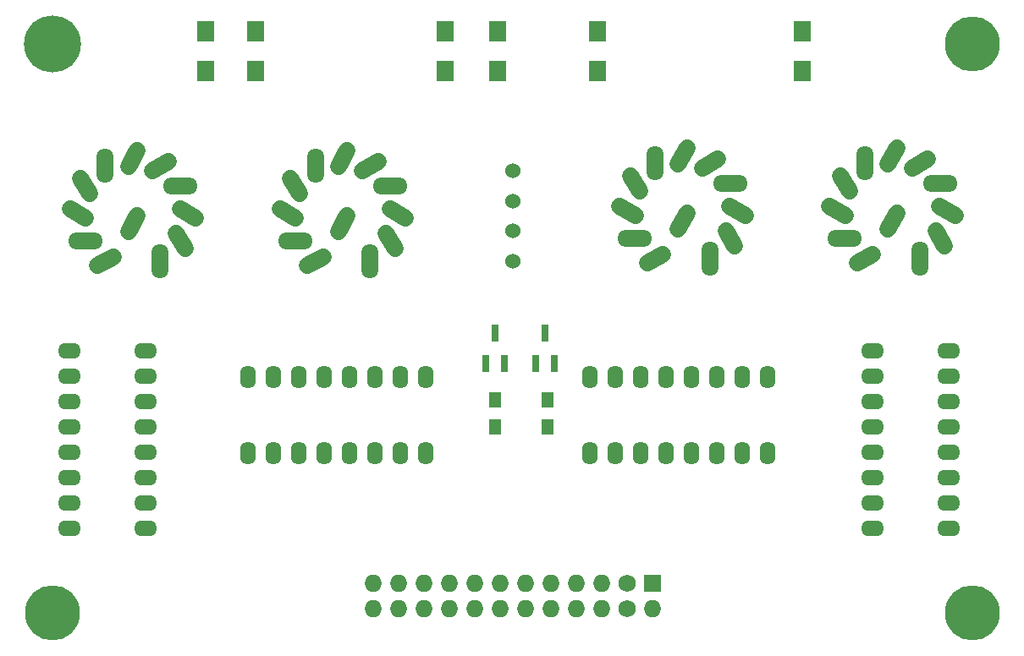
<source format=gbs>
G04 #@! TF.FileFunction,Soldermask,Bot*
%FSLAX46Y46*%
G04 Gerber Fmt 4.6, Leading zero omitted, Abs format (unit mm)*
G04 Created by KiCad (PCBNEW 4.0.4-stable) date 11/21/16 22:50:33*
%MOMM*%
%LPD*%
G01*
G04 APERTURE LIST*
%ADD10C,0.100000*%
%ADD11O,2.300000X1.600000*%
%ADD12O,1.600000X2.300000*%
%ADD13R,1.727200X1.727200*%
%ADD14O,1.727200X1.727200*%
%ADD15C,1.727200*%
%ADD16C,1.524000*%
%ADD17R,1.300000X1.500000*%
%ADD18C,5.700000*%
%ADD19C,5.500000*%
%ADD20R,0.800100X1.800860*%
%ADD21R,1.700000X2.000000*%
%ADD22C,1.700000*%
%ADD23O,3.500000X1.700000*%
%ADD24O,1.700000X3.500000*%
G04 APERTURE END LIST*
D10*
D11*
X164000000Y-81750000D03*
X164000000Y-84290000D03*
X164000000Y-86830000D03*
X164000000Y-89370000D03*
X164000000Y-91910000D03*
X164000000Y-94450000D03*
X164000000Y-96990000D03*
X164000000Y-99530000D03*
X171620000Y-99530000D03*
X171620000Y-96990000D03*
X171620000Y-94450000D03*
X171620000Y-91910000D03*
X171620000Y-89370000D03*
X171620000Y-86830000D03*
X171620000Y-84290000D03*
X171620000Y-81750000D03*
D12*
X135750000Y-92000000D03*
X138290000Y-92000000D03*
X140830000Y-92000000D03*
X143370000Y-92000000D03*
X145910000Y-92000000D03*
X148450000Y-92000000D03*
X150990000Y-92000000D03*
X153530000Y-92000000D03*
X153530000Y-84380000D03*
X150990000Y-84380000D03*
X148450000Y-84380000D03*
X145910000Y-84380000D03*
X143370000Y-84380000D03*
X140830000Y-84380000D03*
X138290000Y-84380000D03*
X135750000Y-84380000D03*
X101500000Y-92000000D03*
X104040000Y-92000000D03*
X106580000Y-92000000D03*
X109120000Y-92000000D03*
X111660000Y-92000000D03*
X114200000Y-92000000D03*
X116740000Y-92000000D03*
X119280000Y-92000000D03*
X119280000Y-84380000D03*
X116740000Y-84380000D03*
X114200000Y-84380000D03*
X111660000Y-84380000D03*
X109120000Y-84380000D03*
X106580000Y-84380000D03*
X104040000Y-84380000D03*
X101500000Y-84380000D03*
D11*
X91250000Y-99500000D03*
X91250000Y-96960000D03*
X91250000Y-94420000D03*
X91250000Y-91880000D03*
X91250000Y-89340000D03*
X91250000Y-86800000D03*
X91250000Y-84260000D03*
X91250000Y-81720000D03*
X83630000Y-81720000D03*
X83630000Y-84260000D03*
X83630000Y-86800000D03*
X83630000Y-89340000D03*
X83630000Y-91880000D03*
X83630000Y-94420000D03*
X83630000Y-96960000D03*
X83630000Y-99500000D03*
D13*
X142000000Y-105000000D03*
D14*
X142000000Y-107540000D03*
D15*
X139460000Y-105000000D03*
X139460000Y-107540000D03*
D14*
X136920000Y-105000000D03*
X136920000Y-107540000D03*
X134380000Y-105000000D03*
X134380000Y-107540000D03*
X131840000Y-105000000D03*
X131840000Y-107540000D03*
X129300000Y-105000000D03*
X129300000Y-107540000D03*
X126760000Y-105000000D03*
X126760000Y-107540000D03*
X124220000Y-105000000D03*
X124220000Y-107540000D03*
X121680000Y-105000000D03*
X121680000Y-107540000D03*
X119140000Y-105000000D03*
X119140000Y-107540000D03*
X116600000Y-105000000D03*
X116600000Y-107540000D03*
X114060000Y-105000000D03*
X114060000Y-107540000D03*
D16*
X128000000Y-66750000D03*
X128000000Y-63750000D03*
X128000000Y-72750000D03*
X128000000Y-69750000D03*
D17*
X126250000Y-86650000D03*
X126250000Y-89350000D03*
X131500000Y-86650000D03*
X131500000Y-89350000D03*
D18*
X82000000Y-51000000D03*
D19*
X174000000Y-51000000D03*
X174000000Y-108000000D03*
X82000000Y-108000000D03*
D20*
X127200000Y-83001140D03*
X125300000Y-83001140D03*
X126250000Y-79998860D03*
X132200000Y-83001140D03*
X130300000Y-83001140D03*
X131250000Y-79998860D03*
D21*
X136500000Y-49750000D03*
X136500000Y-53750000D03*
X102250000Y-49750000D03*
X102250000Y-53750000D03*
X157000000Y-49750000D03*
X157000000Y-53750000D03*
X97250000Y-49750000D03*
X97250000Y-53750000D03*
X126500000Y-53750000D03*
X126500000Y-49750000D03*
X121250000Y-53750000D03*
X121250000Y-49750000D03*
D22*
X145450000Y-67970577D02*
X144550000Y-69529423D01*
X149720577Y-67300000D02*
X151279423Y-68200000D01*
D23*
X149763140Y-65000000D03*
D22*
X146970577Y-63436860D02*
X148529423Y-62536860D01*
X144550000Y-63029423D02*
X145450000Y-61470577D01*
D24*
X142250000Y-62986860D03*
D22*
X140686860Y-65779423D02*
X139786860Y-64220577D01*
X140279423Y-68200000D02*
X138720577Y-67300000D01*
D23*
X140236860Y-70500000D03*
D22*
X143029423Y-72063140D02*
X141470577Y-72963140D01*
D24*
X147750000Y-72513140D03*
D22*
X149313140Y-69720577D02*
X150213140Y-71279423D01*
X166450000Y-67970577D02*
X165550000Y-69529423D01*
X170720577Y-67300000D02*
X172279423Y-68200000D01*
D23*
X170763140Y-65000000D03*
D22*
X167970577Y-63436860D02*
X169529423Y-62536860D01*
X165550000Y-63029423D02*
X166450000Y-61470577D01*
D24*
X163250000Y-62986860D03*
D22*
X161686860Y-65779423D02*
X160786860Y-64220577D01*
X161279423Y-68200000D02*
X159720577Y-67300000D01*
D23*
X161236860Y-70500000D03*
D22*
X164029423Y-72063140D02*
X162470577Y-72963140D01*
D24*
X168750000Y-72513140D03*
D22*
X170313140Y-69720577D02*
X171213140Y-71279423D01*
X111450000Y-68220577D02*
X110550000Y-69779423D01*
X115720577Y-67550000D02*
X117279423Y-68450000D01*
D23*
X115763140Y-65250000D03*
D22*
X112970577Y-63686860D02*
X114529423Y-62786860D01*
X110550000Y-63279423D02*
X111450000Y-61720577D01*
D24*
X108250000Y-63236860D03*
D22*
X106686860Y-66029423D02*
X105786860Y-64470577D01*
X106279423Y-68450000D02*
X104720577Y-67550000D01*
D23*
X106236860Y-70750000D03*
D22*
X109029423Y-72313140D02*
X107470577Y-73213140D01*
D24*
X113750000Y-72763140D03*
D22*
X115313140Y-69970577D02*
X116213140Y-71529423D01*
X90450000Y-68220577D02*
X89550000Y-69779423D01*
X94720577Y-67550000D02*
X96279423Y-68450000D01*
D23*
X94763140Y-65250000D03*
D22*
X91970577Y-63686860D02*
X93529423Y-62786860D01*
X89550000Y-63279423D02*
X90450000Y-61720577D01*
D24*
X87250000Y-63236860D03*
D22*
X85686860Y-66029423D02*
X84786860Y-64470577D01*
X85279423Y-68450000D02*
X83720577Y-67550000D01*
D23*
X85236860Y-70750000D03*
D22*
X88029423Y-72313140D02*
X86470577Y-73213140D01*
D24*
X92750000Y-72763140D03*
D22*
X94313140Y-69970577D02*
X95213140Y-71529423D01*
M02*

</source>
